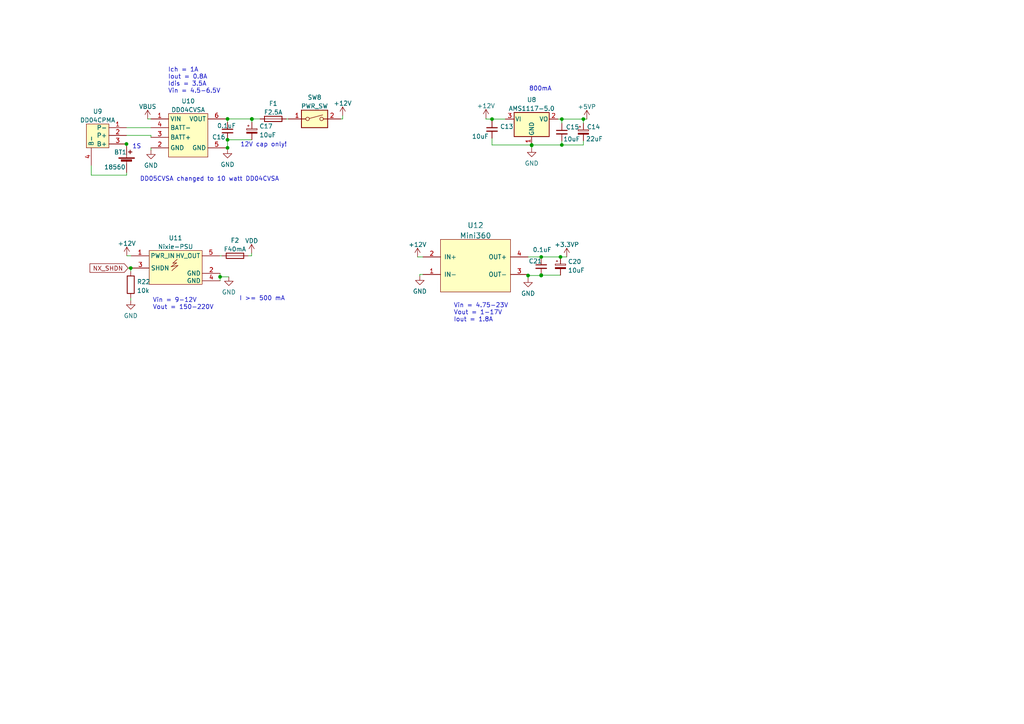
<source format=kicad_sch>
(kicad_sch (version 20211123) (generator eeschema)
  (paper "A4")
  (lib_symbols
    (symbol "Device:Battery_Cell" (pin_numbers hide) (pin_names (offset 0) hide)
      (property "Reference" "BT" (at 2.54 2.54 0))
      (property "Value" "Battery_Cell" (at 2.54 0 0))
      (symbol "Battery_Cell_0_1"
        (rectangle (start -2.286 1.778) (end 2.286 1.524) (fill (type outline)))
        (rectangle (start -1.5748 1.1938) (end 1.4732 0.6858) (fill (type outline)))
        (polyline (pts (xy 0 0.762) (xy 0 0)))
        (polyline (pts (xy 0 1.778) (xy 0 2.54)))
        (polyline (pts (xy 0.508 3.429) (xy 1.524 3.429)) (stroke (width 0.254)))
        (polyline (pts (xy 1.016 3.937) (xy 1.016 2.921)) (stroke (width 0.254)))
      )
      (symbol "Battery_Cell_1_1"
        (pin passive line (at 0 5.08 270) (length 2.54) (name "+") (number "1"))
        (pin passive line (at 0 -2.54 90) (length 2.54) (name "-") (number "2"))
      )
    )
    (symbol "Device:C_Polarized_Small" (pin_numbers hide) (pin_names (offset 0.254) hide)
      (property "Reference" "C" (at 0.254 1.778 0))
      (property "Value" "C_Polarized_Small" (at 0.254 -2.032 0))
      (symbol "C_Polarized_Small_0_1"
        (rectangle (start -1.524 -0.3048) (end 1.524 -0.6858) (fill (type outline)))
        (rectangle (start -1.524 0.6858) (end 1.524 0.3048))
        (polyline (pts (xy -1.27 1.524) (xy -0.762 1.524)))
        (polyline (pts (xy -1.016 1.27) (xy -1.016 1.778)))
      )
      (symbol "C_Polarized_Small_1_1"
        (pin passive line (at 0 2.54 270) (length 1.8542) (name "~") (number "1"))
        (pin passive line (at 0 -2.54 90) (length 1.8542) (name "~") (number "2"))
      )
    )
    (symbol "Device:C_Small" (pin_numbers hide) (pin_names (offset 0.254) hide)
      (property "Reference" "C" (at 0.254 1.778 0))
      (property "Value" "C_Small" (at 0.254 -2.032 0))
      (symbol "C_Small_0_1"
        (polyline (pts (xy -1.524 -0.508) (xy 1.524 -0.508)) (stroke (width 0.3302)))
        (polyline (pts (xy -1.524 0.508) (xy 1.524 0.508)) (stroke (width 0.3048)))
      )
      (symbol "C_Small_1_1"
        (pin passive line (at 0 2.54 270) (length 2.032) (name "~") (number "1"))
        (pin passive line (at 0 -2.54 90) (length 2.032) (name "~") (number "2"))
      )
    )
    (symbol "Device:Fuse" (pin_numbers hide) (pin_names (offset 0))
      (property "Reference" "F" (at 2.032 0 90))
      (property "Value" "Fuse" (at -1.905 0 90))
      (symbol "Fuse_0_1"
        (rectangle (start -0.762 -2.54) (end 0.762 2.54) (stroke (width 0.254)))
        (polyline (pts (xy 0 2.54) (xy 0 -2.54)))
      )
      (symbol "Fuse_1_1"
        (pin passive line (at 0 3.81 270) (length 1.27) (name "~") (number "1"))
        (pin passive line (at 0 -3.81 90) (length 1.27) (name "~") (number "2"))
      )
    )
    (symbol "Device:R" (pin_numbers hide) (pin_names (offset 0))
      (property "Reference" "R" (at 2.032 0 90))
      (property "Value" "R" (at 0 0 90))
      (symbol "R_0_1"
        (rectangle (start -1.016 -2.54) (end 1.016 2.54) (stroke (width 0.254)))
      )
      (symbol "R_1_1"
        (pin passive line (at 0 3.81 270) (length 1.27) (name "~") (number "1"))
        (pin passive line (at 0 -3.81 90) (length 1.27) (name "~") (number "2"))
      )
    )
    (symbol "Regulator_Linear:AMS1117-5.0" (pin_names (offset 0.254))
      (property "Reference" "U" (at -3.81 3.175 0))
      (property "Value" "AMS1117-5.0" (at 0 3.175 0))
      (symbol "AMS1117-5.0_0_1"
        (rectangle (start -5.08 -5.08) (end 5.08 1.905) (stroke (width 0.254)) (fill (type background)))
      )
      (symbol "AMS1117-5.0_1_1"
        (pin power_in line (at 0 -7.62 90) (length 2.54) (name "GND") (number "1"))
        (pin power_out line (at 7.62 0 180) (length 2.54) (name "VO") (number "2"))
        (pin power_in line (at -7.62 0 0) (length 2.54) (name "VI") (number "3"))
      )
    )
    (symbol "Retro_clock_back:DD04CPMA"
      (property "Reference" "U" (at 0 5.5372 0))
      (property "Value" "DD04CPMA" (at -0.127 7.5692 0))
      (symbol "DD04CPMA_0_1"
        (rectangle (start -3.302 3.9624) (end 3.2512 -2.9464) (stroke (width 0.1524)) (fill (type background)))
      )
      (symbol "DD04CPMA_1_1"
        (pin passive line (at 8.3312 2.8956 180) (length 5.08) (name "P-") (number "1"))
        (pin passive line (at 8.3312 0.6604 180) (length 5.08) (name "P+") (number "2"))
        (pin passive line (at 8.3312 -1.8288 180) (length 5.08) (name "B+") (number "3"))
        (pin passive line (at -1.8796 -8.0264 90) (length 5.08) (name "B-") (number "4"))
      )
    )
    (symbol "Retro_clock_back:DD05CVSA"
      (property "Reference" "U" (at -0.508 14.351 0))
      (property "Value" "DD05CVSA" (at -0.635 17.653 0))
      (symbol "DD05CVSA_0_1"
        (rectangle (start -5.842 9.144) (end 5.588 -3.429) (stroke (width 0.1524)) (fill (type background)))
      )
      (symbol "DD05CVSA_1_1"
        (pin passive line (at -10.922 7.62 0) (length 5.08) (name "VIN") (number "1"))
        (pin passive line (at -10.922 -0.762 0) (length 5.08) (name "GND") (number "2"))
        (pin passive line (at -10.922 2.286 0) (length 5.08) (name "BATT+") (number "3"))
        (pin passive line (at -10.922 5.08 0) (length 5.08) (name "BATT-") (number "4"))
        (pin passive line (at 10.668 -0.762 180) (length 5.08) (name "GND") (number "5"))
        (pin passive line (at 10.668 7.62 180) (length 5.08) (name "VOUT") (number "6"))
      )
    )
    (symbol "Retro_clock_back:Mini360" (pin_names (offset 1.016))
      (property "Reference" "U" (at 0 -5.08 0))
      (property "Value" "Mini360" (at 0 5.08 0))
      (symbol "Mini360_0_1"
        (rectangle (start -10.16 7.62) (end 10.16 -7.62) (fill (type background)))
      )
      (symbol "Mini360_1_1"
        (pin power_in line (at -15.24 -2.54 0) (length 5.08) (name "IN-") (number "1"))
        (pin power_in line (at -15.24 2.54 0) (length 5.08) (name "IN+") (number "2"))
        (pin power_out line (at 15.24 -2.54 180) (length 5.08) (name "OUT-") (number "3"))
        (pin power_out line (at 15.24 2.54 180) (length 5.08) (name "OUT+") (number "4"))
      )
    )
    (symbol "Retro_clock_back:Nixie-PSU"
      (property "Reference" "U" (at 0 6.858 0))
      (property "Value" "Nixie-PSU" (at 0.254 8.763 0))
      (symbol "Nixie-PSU_0_1"
        (rectangle (start -7.62 5.334) (end 7.747 -4.445) (stroke (width 0.1524)) (fill (type background)))
        (polyline (pts (xy 0.508 2.794) (xy -0.762 1.651) (xy 0.381 1.778) (xy -1.27 0.635) (xy 0.762 1.016) (xy -0.508 0) (xy -1.016 -0.508)) (stroke (width 0.1524)))
      )
      (symbol "Nixie-PSU_1_1"
        (pin passive line (at -12.827 3.81 0) (length 5.08) (name "PWR_IN") (number "1"))
        (pin passive line (at 12.954 -1.27 180) (length 5.08) (name "GND") (number "2"))
        (pin passive line (at -12.7 0.254 0) (length 5.08) (name "SHDN") (number "3"))
        (pin passive line (at 12.954 -3.429 180) (length 5.08) (name "GND") (number "4"))
        (pin passive line (at 12.827 3.81 180) (length 5.08) (name "HV_OUT") (number "5"))
      )
    )
    (symbol "Switch:SW_DIP_x01" (pin_names (offset 0) hide)
      (property "Reference" "SW" (at 0 3.81 0))
      (property "Value" "SW_DIP_x01" (at 0 -3.81 0))
      (symbol "SW_DIP_x01_0_0"
        (circle (center -2.032 0) (radius 0.508))
        (polyline (pts (xy -1.524 0.127) (xy 2.3622 1.1684)))
        (circle (center 2.032 0) (radius 0.508))
      )
      (symbol "SW_DIP_x01_0_1"
        (rectangle (start -3.81 2.54) (end 3.81 -2.54) (stroke (width 0.254)) (fill (type background)))
      )
      (symbol "SW_DIP_x01_1_1"
        (pin passive line (at -7.62 0 0) (length 5.08) (name "~") (number "1"))
        (pin passive line (at 7.62 0 180) (length 5.08) (name "~") (number "2"))
      )
    )
    (symbol "power:+12V" (power) (pin_names (offset 0))
      (property "Value" "+12V" (at 0 3.556 0))
      (symbol "+12V_0_1"
        (polyline (pts (xy -0.762 1.27) (xy 0 2.54)))
        (polyline (pts (xy 0 0) (xy 0 2.54)))
        (polyline (pts (xy 0 2.54) (xy 0.762 1.27)))
      )
      (symbol "+12V_1_1"
        (pin power_in line (at 0 0 90) (length 0) hide (name "+12V") (number "1"))
      )
    )
    (symbol "power:+3.3VP" (power) (pin_names (offset 0))
      (property "Value" "+3.3VP" (at 0 2.54 0))
      (symbol "+3.3VP_0_0"
        (pin power_in line (at 0 0 90) (length 0) hide (name "+3.3VP") (number "1"))
      )
      (symbol "+3.3VP_0_1"
        (polyline (pts (xy -0.762 1.27) (xy 0 2.54)))
        (polyline (pts (xy 0 0) (xy 0 2.54)))
        (polyline (pts (xy 0 2.54) (xy 0.762 1.27)))
      )
    )
    (symbol "power:+5VP" (power) (pin_names (offset 0))
      (property "Value" "+5VP" (at 0 3.556 0))
      (symbol "+5VP_0_1"
        (polyline (pts (xy -0.762 1.27) (xy 0 2.54)))
        (polyline (pts (xy 0 0) (xy 0 2.54)))
        (polyline (pts (xy 0 2.54) (xy 0.762 1.27)))
      )
      (symbol "+5VP_1_1"
        (pin power_in line (at 0 0 90) (length 0) hide (name "+5VP") (number "1"))
      )
    )
    (symbol "power:GND" (power) (pin_names (offset 0))
      (property "Value" "GND" (at 0 -3.81 0))
      (symbol "GND_0_1"
        (polyline (pts (xy 0 0) (xy 0 -1.27) (xy 1.27 -1.27) (xy 0 -2.54) (xy -1.27 -1.27) (xy 0 -1.27)))
      )
      (symbol "GND_1_1"
        (pin power_in line (at 0 0 270) (length 0) hide (name "GND") (number "1"))
      )
    )
    (symbol "power:VBUS" (power) (pin_names (offset 0))
      (property "Value" "VBUS" (at 0 3.81 0))
      (symbol "VBUS_0_1"
        (polyline (pts (xy -0.762 1.27) (xy 0 2.54)))
        (polyline (pts (xy 0 0) (xy 0 2.54)))
        (polyline (pts (xy 0 2.54) (xy 0.762 1.27)))
      )
      (symbol "VBUS_1_1"
        (pin power_in line (at 0 0 90) (length 0) hide (name "VBUS") (number "1"))
      )
    )
    (symbol "power:VDD" (power) (pin_names (offset 0))
      (property "Value" "VDD" (at 0 3.81 0))
      (symbol "VDD_0_1"
        (polyline (pts (xy -0.762 1.27) (xy 0 2.54)))
        (polyline (pts (xy 0 0) (xy 0 2.54)))
        (polyline (pts (xy 0 2.54) (xy 0.762 1.27)))
      )
      (symbol "VDD_1_1"
        (pin power_in line (at 0 0 90) (length 0) hide (name "VDD") (number "1"))
      )
    )
  )
  (junction (at 156.972 79.8576))
  (junction (at 156.972 79.9084))
  (junction (at 169.2034 34.544))
  (junction (at 162.9534 34.544))
  (junction (at 37.9222 77.7494))
  (junction (at 156.972 79.8068))
  (junction (at 65.9892 42.8752))
  (junction (at 156.972 74.5236))
  (junction (at 73.0504 34.4932))
  (junction (at 65.9892 34.4932))
  (junction (at 65.9892 40.5384))
  (junction (at 142.7034 34.544))
  (junction (at 63.8302 80.2894))
  (junction (at 36.6776 41.7576))
  (junction (at 154.2034 42.164))
  (junction (at 162.9534 42.044))
  (junction (at 153.162 79.9084))
  (junction (at 162.56 74.5236))
  (junction (at 154.2034 42.044))
  (junction (at 73.0504 34.544))
  (wire (pts (xy 142.7034 34.544) (xy 140.9534 34.544)))
  (wire (pts (xy 73.0504 40.5384) (xy 65.9892 40.5384)))
  (wire (pts (xy 169.2034 42.044) (xy 162.9534 42.044)))
  (wire (pts (xy 156.972 74.5236) (xy 162.56 74.5236)))
  (wire (pts (xy 65.9892 34.4932) (xy 73.0504 34.4932)))
  (wire (pts (xy 63.8302 80.2894) (xy 63.8302 81.4324)))
  (wire (pts (xy 65.9892 42.8752) (xy 65.9892 43.2816)))
  (wire (pts (xy 73.0504 34.544) (xy 73.0504 35.4584)))
  (wire (pts (xy 162.9534 34.544) (xy 169.2034 34.544)))
  (wire (pts (xy 162.56 74.5236) (xy 164.3888 74.5236)))
  (wire (pts (xy 63.8302 80.2894) (xy 66.3702 80.2894)))
  (wire (pts (xy 36.6776 41.7576) (xy 36.7284 41.7576)))
  (wire (pts (xy 63.7032 74.1934) (xy 64.3382 74.1934)))
  (wire (pts (xy 169.2034 34.544) (xy 169.2034 35.754)))
  (wire (pts (xy 83.6168 34.4932) (xy 83.058 34.4932)))
  (wire (pts (xy 156.972 74.7776) (xy 156.972 74.5236)))
  (wire (pts (xy 156.972 79.8068) (xy 156.972 79.8576)))
  (wire (pts (xy 140.9534 34.294) (xy 140.9534 34.544)))
  (wire (pts (xy 153.162 74.5236) (xy 156.972 74.5236)))
  (wire (pts (xy 99.3902 33.5534) (xy 99.3902 34.4932)))
  (wire (pts (xy 154.2034 42.164) (xy 154.2034 42.926)))
  (wire (pts (xy 73.0504 34.4932) (xy 75.438 34.4932)))
  (wire (pts (xy 156.972 79.9084) (xy 153.162 79.9084)))
  (wire (pts (xy 37.1602 77.7494) (xy 37.9222 77.7494)))
  (wire (pts (xy 142.7034 42.044) (xy 154.2034 42.044)))
  (wire (pts (xy 42.8244 34.4932) (xy 43.7896 34.4932)))
  (wire (pts (xy 43.7896 42.8752) (xy 43.7896 43.5356)))
  (wire (pts (xy 36.7284 41.7576) (xy 36.7284 42.418)))
  (wire (pts (xy 26.4668 47.9552) (xy 26.4668 50.8)))
  (wire (pts (xy 98.8568 34.4932) (xy 99.3902 34.4932)))
  (wire (pts (xy 43.7896 39.2684) (xy 43.7896 39.8272)))
  (wire (pts (xy 161.8234 34.544) (xy 162.9534 34.544)))
  (wire (pts (xy 162.9534 42.044) (xy 154.2034 42.044)))
  (wire (pts (xy 162.9534 40.874) (xy 162.9534 42.044)))
  (wire (pts (xy 154.2034 42.044) (xy 154.2034 42.164)))
  (wire (pts (xy 169.2034 40.834) (xy 169.2034 42.044)))
  (wire (pts (xy 36.7284 50.8) (xy 26.4668 50.8)))
  (wire (pts (xy 36.7284 50.8) (xy 36.7284 50.038)))
  (wire (pts (xy 36.6776 39.2684) (xy 43.7896 39.2684)))
  (wire (pts (xy 162.56 74.7268) (xy 162.56 74.5236)))
  (wire (pts (xy 156.972 79.8576) (xy 156.972 79.9084)))
  (wire (pts (xy 65.9892 42.8752) (xy 65.3796 42.8752)))
  (wire (pts (xy 65.9892 35.4584) (xy 65.9892 34.4932)))
  (wire (pts (xy 121.7676 79.6036) (xy 121.7676 80.0608)))
  (wire (pts (xy 142.7034 40.084) (xy 142.7034 42.044)))
  (wire (pts (xy 153.162 79.6036) (xy 153.162 79.9084)))
  (wire (pts (xy 37.9222 77.7494) (xy 37.9222 78.7654)))
  (wire (pts (xy 153.162 79.9084) (xy 153.162 80.6704)))
  (wire (pts (xy 169.2034 34.544) (xy 170.2034 34.544)))
  (wire (pts (xy 162.56 79.8068) (xy 156.972 79.8068)))
  (wire (pts (xy 73.0504 34.544) (xy 73.0504 34.4932)))
  (wire (pts (xy 122.682 79.6036) (xy 121.7676 79.6036)))
  (wire (pts (xy 72.9742 73.4314) (xy 72.9742 74.1934)))
  (wire (pts (xy 65.3796 34.4932) (xy 65.9892 34.4932)))
  (wire (pts (xy 37.9222 77.7494) (xy 38.1762 77.7494)))
  (wire (pts (xy 63.8302 79.2734) (xy 63.8302 80.2894)))
  (wire (pts (xy 36.7792 74.1934) (xy 38.0492 74.1934)))
  (wire (pts (xy 142.7034 34.544) (xy 142.7034 35.004)))
  (wire (pts (xy 121.1072 74.5236) (xy 122.682 74.5236)))
  (wire (pts (xy 162.9534 34.544) (xy 162.9534 35.794)))
  (wire (pts (xy 36.6776 37.0332) (xy 43.7896 37.0332)))
  (wire (pts (xy 72.9742 74.1934) (xy 71.9582 74.1934)))
  (wire (pts (xy 37.9222 86.3854) (xy 37.9222 87.1474)))
  (wire (pts (xy 146.5834 34.544) (xy 142.7034 34.544)))
  (wire (pts (xy 65.9892 40.5384) (xy 65.9892 42.8752)))
  (text "Vin = 9-12V\nVout = 150-220V" (at 44.2722 89.9414 0) (effects (font (size 1.27 1.27)) (justify left bottom)))
  (text "800mA" (at 153.428 26.5858 0) (effects (font (size 1.27 1.27)) (justify left bottom)))
  (text "DD05CVSA changed to 10 watt DD04CVSA" (at 40.5638 52.7558 0) (effects (font (size 1.27 1.27)) (justify left bottom)))
  (text "12V cap only!" (at 69.6976 42.7736 0) (effects (font (size 1.27 1.27)) (justify left bottom)))
  (text "Vin = 4.75-23V\nVout = 1-17V\nIout = 1.8A\n" (at 131.572 93.5228 0) (effects (font (size 1.27 1.27)) (justify left bottom)))
  (text "Ich = 1A\nIout = 0.8A\nIdis = 3.5A\nVin = 4.5-6.5V" (at 48.7302 27.212 0) (effects (font (size 1.27 1.27)) (justify left bottom)))
  (text "I >= 500 mA" (at 69.4182 87.4014 0) (effects (font (size 1.27 1.27)) (justify left bottom)))
  (text "1S" (at 38.354 43.3324 0) (effects (font (size 1.27 1.27)) (justify left bottom)))
  (global_label "NX_SHDN" (shape input) (at 37.1602 77.7494 180) (property "Intersheet References" "${INTERSHEET_REFS}" (effects hide)))
  (symbol (lib_id "power:GND") (at 37.9222 87.1474 0) (unit 1)
    (property "Reference" "#PWR060" (effects hide))
    (property "Value" "GND" (at 37.9222 91.5908 0))
  )
  (symbol (lib_id "power:+12V") (at 140.9534 34.294 0) (unit 1)
    (property "Reference" "#PWR042" (effects hide))
    (property "Value" "+12V" (at 140.9534 30.7182 0))
  )
  (symbol (lib_id "Regulator_Linear:AMS1117-5.0") (at 154.2034 34.544 0) (unit 1)
    (property "Reference" "U8" (at 154.2034 28.9392 0))
    (property "Value" "AMS1117-5.0" (at 154.2034 31.4761 0))
    (property "Footprint" "Package_TO_SOT_SMD:SOT-223-3_TabPin2" (effects hide))
    (property "Datasheet" "http://www.advanced-monolithic.com/pdf/ds1117.pdf" (effects hide))
  )
  (symbol (lib_id "power:VBUS") (at 42.8244 34.4932 0) (unit 1)
    (property "Reference" "#PWR053" (effects hide))
    (property "Value" "VBUS" (at 42.8244 30.9174 0))
  )
  (symbol (lib_id "power:GND") (at 66.3702 80.2894 0) (unit 1)
    (property "Reference" "#PWR059" (effects hide))
    (property "Value" "GND" (at 66.3702 84.7328 0))
  )
  (symbol (lib_id "power:GND") (at 65.9892 43.2816 0) (unit 1)
    (property "Reference" "#PWR055" (effects hide))
    (property "Value" "GND" (at 65.9892 47.725 0))
  )
  (symbol (lib_id "power:VDD") (at 72.9742 73.4314 0) (unit 1)
    (property "Reference" "#PWR057" (effects hide))
    (property "Value" "VDD" (at 72.9742 69.8556 0))
  )
  (symbol (lib_id "Device:C_Small") (at 65.9892 37.9984 0) (unit 1)
    (property "Reference" "C16" (at 61.4934 39.751 0) (effects (justify left)))
    (property "Value" "0.1uF" (at 62.9412 36.4744 0) (effects (justify left)))
    (property "Footprint" "Capacitor_SMD:C_0603_1608Metric_Pad1.08x0.95mm_HandSolder" (effects hide))
  )
  (symbol (lib_id "power:GND") (at 154.2034 42.926 0) (unit 1)
    (property "Reference" "#PWR054" (effects hide))
    (property "Value" "GND" (at 154.2034 47.3694 0))
  )
  (symbol (lib_id "Retro_clock_back:DD05CVSA") (at 54.7116 42.1132 0) (unit 1)
    (property "Reference" "U10" (at 54.5846 29.3202 0))
    (property "Value" "DD04CVSA" (at 54.5846 31.8571 0))
    (property "Footprint" "Retro_clock:DD04CVSA" (effects hide))
  )
  (symbol (lib_id "Retro_clock_back:Nixie-PSU") (at 50.8762 78.0034 0) (unit 1)
    (property "Reference" "U11" (at 50.9143 69.0204 0))
    (property "Value" "Nixie-PSU" (at 50.9143 71.5573 0))
    (property "Footprint" "Retro_clock:Nixie-PSU" (effects hide))
  )
  (symbol (lib_id "Device:Battery_Cell") (at 36.7284 47.498 0) (unit 1)
    (property "Reference" "BT1" (at 33.0708 44.1452 0) (effects (justify left)))
    (property "Value" "18560" (at 30.1752 48.4632 0) (effects (justify left)))
    (property "Footprint" "Retro_clock:BAT_BH-18650-PC" (effects hide))
  )
  (symbol (lib_id "power:+12V") (at 36.7792 74.1934 0) (unit 1)
    (property "Reference" "#PWR058" (effects hide))
    (property "Value" "+12V" (at 36.7792 70.6176 0))
  )
  (symbol (lib_id "Device:C_Polarized_Small") (at 162.56 77.2668 0) (unit 1)
    (property "Reference" "C20" (at 164.719 75.886 0) (effects (justify left)))
    (property "Value" "10uF" (at 164.719 78.4229 0) (effects (justify left)))
    (property "Footprint" "Capacitor_SMD:C_0603_1608Metric_Pad1.08x0.95mm_HandSolder" (effects hide))
  )
  (symbol (lib_id "Device:C_Polarized_Small") (at 169.2034 38.294 0) (unit 1)
    (property "Reference" "C14" (at 170.2034 36.794 0) (effects (justify left)))
    (property "Value" "22uF" (at 169.9534 40.294 0) (effects (justify left)))
    (property "Footprint" "Capacitor_Tantalum_SMD:CP_EIA-3216-10_Kemet-I_Pad1.58x1.35mm_HandSolder" (effects hide))
  )
  (symbol (lib_id "Switch:SW_DIP_x01") (at 91.2368 34.4932 0) (unit 1)
    (property "Reference" "SW8" (at 91.2368 28.2534 0))
    (property "Value" "PWR_SW" (at 91.2368 30.7903 0))
    (property "Footprint" "Retro_clock:PWR_SWITCH" (effects hide))
  )
  (symbol (lib_id "Retro_clock_back:Mini360") (at 137.922 77.0636 0) (unit 1)
    (property "Reference" "U12" (at 137.922 65.3595 0) (effects (font (size 1.524 1.524))))
    (property "Value" "Mini360" (at 137.922 68.3529 0) (effects (font (size 1.524 1.524))))
    (property "Footprint" "Retro_clock:Mini360_step-down" (effects hide))
  )
  (symbol (lib_id "Retro_clock_back:DD04CPMA") (at 28.3464 39.9288 0) (unit 1)
    (property "Reference" "U9" (at 28.321 32.3174 0))
    (property "Value" "DD04CPMA" (at 28.321 34.8543 0))
    (property "Footprint" "Retro_clock:DD04CPMA" (effects hide))
  )
  (symbol (lib_id "power:+12V") (at 121.1072 74.5236 0) (unit 1)
    (property "Reference" "#PWR068" (effects hide))
    (property "Value" "+12V" (at 121.1072 70.9478 0))
  )
  (symbol (lib_id "power:+3.3VP") (at 164.3888 74.5236 0) (unit 1)
    (property "Reference" "#PWR061" (effects hide))
    (property "Value" "+3.3VP" (at 164.3888 70.9478 0))
  )
  (symbol (lib_id "power:GND") (at 121.7676 80.0608 0) (unit 1)
    (property "Reference" "#PWR069" (effects hide))
    (property "Value" "GND" (at 121.7676 84.5042 0))
  )
  (symbol (lib_id "power:+12V") (at 99.3902 33.5534 0) (unit 1)
    (property "Reference" "#PWR052" (effects hide))
    (property "Value" "+12V" (at 99.3902 29.9776 0))
  )
  (symbol (lib_id "Device:Fuse") (at 68.1482 74.1934 90) (unit 1)
    (property "Reference" "F2" (at 68.1482 69.7316 90))
    (property "Value" "F40mA" (at 68.1482 72.2685 90))
    (property "Footprint" "Fuse:Fuse_1206_3216Metric_Pad1.42x1.75mm_HandSolder" (effects hide))
  )
  (symbol (lib_id "Device:R") (at 37.9222 82.5754 0) (unit 1)
    (property "Reference" "R22" (at 39.7002 81.7407 0) (effects (justify left)))
    (property "Value" "10k" (at 39.7002 84.2776 0) (effects (justify left)))
    (property "Footprint" "Resistor_SMD:R_0603_1608Metric_Pad0.98x0.95mm_HandSolder" (effects hide))
  )
  (symbol (lib_id "power:GND") (at 153.162 80.6704 0) (unit 1)
    (property "Reference" "#PWR070" (effects hide))
    (property "Value" "GND" (at 153.162 85.1138 0))
  )
  (symbol (lib_id "Device:C_Small") (at 142.7034 37.544 0) (unit 1)
    (property "Reference" "C13" (at 145.0275 36.7156 0) (effects (justify left)))
    (property "Value" "10uF" (at 136.8614 39.576 0) (effects (justify left)))
    (property "Footprint" "Capacitor_SMD:C_0603_1608Metric_Pad1.08x0.95mm_HandSolder" (effects hide))
  )
  (symbol (lib_id "Device:C_Polarized_Small") (at 73.0504 37.9984 0) (unit 1)
    (property "Reference" "C17" (at 75.2094 36.6176 0) (effects (justify left)))
    (property "Value" "10uF" (at 75.2094 39.1545 0) (effects (justify left)))
    (property "Footprint" "Capacitor_SMD:C_0805_2012Metric_Pad1.18x1.45mm_HandSolder" (effects hide))
  )
  (symbol (lib_id "power:GND") (at 43.7896 43.5356 0) (unit 1)
    (property "Reference" "#PWR056" (effects hide))
    (property "Value" "GND" (at 43.7896 47.979 0))
  )
  (symbol (lib_id "Device:Fuse") (at 79.248 34.4932 90) (unit 1)
    (property "Reference" "F1" (at 79.248 30.0314 90))
    (property "Value" "F2.5A" (at 79.248 32.5683 90))
    (property "Footprint" "Fuse:Fuse_1206_3216Metric_Pad1.42x1.75mm_HandSolder" (effects hide))
  )
  (symbol (lib_id "Device:C_Small") (at 156.972 77.3176 0) (unit 1)
    (property "Reference" "C21" (at 153.3144 75.7428 0) (effects (justify left)))
    (property "Value" "0.1uF" (at 154.4828 72.4408 0) (effects (justify left)))
    (property "Footprint" "Capacitor_SMD:C_0603_1608Metric_Pad1.08x0.95mm_HandSolder" (effects hide))
  )
  (symbol (lib_id "Device:C_Small") (at 162.9534 38.334 0) (unit 1)
    (property "Reference" "C15" (at 164.1142 36.8502 0) (effects (justify left)))
    (property "Value" "10uF" (at 163.3642 40.3502 0) (effects (justify left)))
    (property "Footprint" "Capacitor_SMD:C_0603_1608Metric_Pad1.08x0.95mm_HandSolder" (effects hide))
  )
  (symbol (lib_id "power:+5VP") (at 170.2034 34.544 0) (unit 1)
    (property "Reference" "#PWR051" (effects hide))
    (property "Value" "+5VP" (at 170.2034 30.9682 0))
  )
)
</source>
